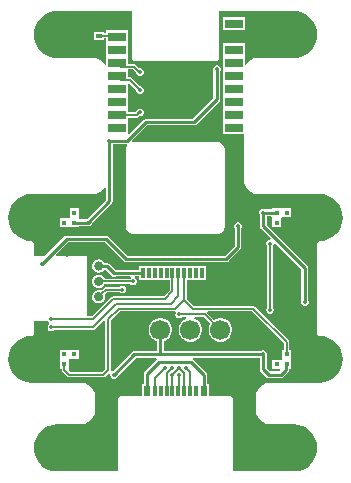
<source format=gbr>
G04*
G04 #@! TF.GenerationSoftware,Altium Limited,Altium Designer,24.1.2 (44)*
G04*
G04 Layer_Physical_Order=2*
G04 Layer_Color=16711680*
%FSLAX25Y25*%
%MOIN*%
G70*
G04*
G04 #@! TF.SameCoordinates,EC497B79-CED4-4E58-A43C-F9202C23BEB1*
G04*
G04*
G04 #@! TF.FilePolarity,Positive*
G04*
G01*
G75*
%ADD17R,0.01181X0.03543*%
%ADD23R,0.02362X0.04724*%
%ADD24R,0.01772X0.01772*%
%ADD42C,0.00591*%
%ADD43C,0.00984*%
%ADD44O,0.04724X0.09449*%
%ADD45O,0.04724X0.07874*%
%ADD46C,0.06693*%
%ADD47R,0.06693X0.06693*%
%ADD48C,0.11811*%
%ADD49C,0.01378*%
%ADD50R,0.02126X0.01575*%
%ADD51R,0.02362X0.03543*%
%ADD52R,0.01181X0.03543*%
%ADD53R,0.05906X0.03150*%
%ADD54R,0.15748X0.15748*%
G36*
X11811Y157465D02*
X36599D01*
Y141732D01*
X36660Y141425D01*
X36834Y141165D01*
X37094Y140991D01*
X37402Y140929D01*
X64961D01*
X65268Y140991D01*
X65528Y141165D01*
X65702Y141425D01*
X65763Y141732D01*
Y157465D01*
X90551D01*
X90562Y157467D01*
X92085Y157317D01*
X93560Y156870D01*
X94919Y156143D01*
X96110Y155166D01*
X97088Y153974D01*
X97815Y152615D01*
X98262Y151140D01*
X98413Y149606D01*
X98262Y148073D01*
X97815Y146598D01*
X97088Y145238D01*
X96110Y144047D01*
X94919Y143069D01*
X93560Y142343D01*
X92085Y141895D01*
X90562Y141745D01*
X90551Y141748D01*
X78740D01*
Y141773D01*
X77507Y141611D01*
X76358Y141135D01*
X75371Y140377D01*
X74712Y139520D01*
X74212Y139679D01*
X74212Y142323D01*
X74212Y142823D01*
Y146654D01*
X67126D01*
Y142823D01*
X67126Y142323D01*
X67126Y141823D01*
Y137992D01*
X67126D01*
Y137992D01*
X67126D01*
X67126Y137492D01*
Y133661D01*
Y129831D01*
X67126Y129331D01*
X67126D01*
Y129331D01*
X67126D01*
Y125500D01*
X67126Y125000D01*
X67126D01*
Y125000D01*
X67126D01*
Y120669D01*
Y116339D01*
X74000D01*
Y101177D01*
X73975D01*
X74137Y99943D01*
X74613Y98794D01*
X75371Y97807D01*
X76358Y97050D01*
X77507Y96574D01*
X78740Y96412D01*
Y96437D01*
X99182D01*
X99194Y96425D01*
Y96425D01*
X99194Y96425D01*
X100549Y96291D01*
X102024Y95844D01*
X103384Y95117D01*
X104575Y94140D01*
X105553Y92948D01*
X106279Y91589D01*
X106727Y90114D01*
X106878Y88580D01*
X106727Y87047D01*
X106279Y85572D01*
X105553Y84213D01*
X104575Y83021D01*
X103384Y82043D01*
X102024Y81317D01*
X100549Y80870D01*
X99194Y80736D01*
X99194Y80721D01*
X98905Y80663D01*
X98645Y80489D01*
X98471Y80229D01*
X98410Y79921D01*
Y50000D01*
X98410Y49999D01*
X98410Y49998D01*
X98471Y49690D01*
X98645Y49430D01*
X98905Y49256D01*
X99194Y49199D01*
X99194Y49183D01*
X100549Y49049D01*
X102024Y48602D01*
X103384Y47875D01*
X104575Y46898D01*
X105553Y45706D01*
X106279Y44347D01*
X106727Y42872D01*
X106878Y41339D01*
X106727Y39805D01*
X106279Y38330D01*
X105553Y36971D01*
X104575Y35779D01*
X103384Y34802D01*
X102024Y34075D01*
X100549Y33628D01*
X99194Y33494D01*
X99194Y33494D01*
Y33494D01*
X99182Y33482D01*
X82677D01*
Y33508D01*
X81444Y33345D01*
X80295Y32869D01*
X79308Y32112D01*
X78550Y31125D01*
X78074Y29976D01*
X77912Y28742D01*
X77937D01*
Y24409D01*
X77912D01*
X78074Y23176D01*
X78550Y22027D01*
X79308Y21040D01*
X80295Y20283D01*
X81444Y19807D01*
X82677Y19644D01*
Y19670D01*
X90551D01*
X90562Y19672D01*
X92085Y19522D01*
X93560Y19074D01*
X94919Y18348D01*
X96110Y17370D01*
X97088Y16179D01*
X97815Y14820D01*
X98262Y13345D01*
X98413Y11811D01*
X98262Y10277D01*
X97815Y8802D01*
X97088Y7443D01*
X96110Y6252D01*
X94919Y5274D01*
X93560Y4548D01*
X92085Y4100D01*
X90562Y3950D01*
X90551Y3952D01*
X70320D01*
Y28366D01*
X70133Y28818D01*
X69681Y29005D01*
X62441D01*
Y33268D01*
X61774D01*
Y36181D01*
X61689Y36603D01*
X61450Y36961D01*
X57080Y41332D01*
X56966Y41408D01*
X57118Y41908D01*
X79385D01*
Y38015D01*
X79469Y37593D01*
X79708Y37235D01*
X81503Y35440D01*
X81861Y35201D01*
X82284Y35117D01*
X86221D01*
X86643Y35201D01*
X87001Y35440D01*
X88674Y37113D01*
X88913Y37471D01*
X88997Y37894D01*
Y38189D01*
X89764D01*
Y41035D01*
X89764Y41142D01*
Y41535D01*
X89764Y41642D01*
Y44488D01*
X89190D01*
Y47146D01*
X89122Y47491D01*
X88926Y47785D01*
X77804Y58906D01*
X77511Y59102D01*
X77165Y59171D01*
X57461D01*
X55037Y61594D01*
Y67716D01*
X61220D01*
Y72441D01*
X39173D01*
Y71183D01*
X31387D01*
X30963Y71358D01*
X30884D01*
X29021Y73221D01*
X28662Y73461D01*
X28240Y73545D01*
X27516D01*
X27345Y73800D01*
X27291Y73836D01*
X27266Y73897D01*
X27046Y74116D01*
X26986Y74141D01*
X26950Y74196D01*
X26692Y74368D01*
X26627Y74381D01*
X26581Y74427D01*
X26294Y74546D01*
X26229D01*
X26175Y74582D01*
X25870Y74643D01*
X25806Y74630D01*
X25746Y74655D01*
X25436D01*
X25375Y74630D01*
X25311Y74643D01*
X25006Y74582D01*
X24952Y74546D01*
X24887D01*
X24600Y74427D01*
X24554Y74381D01*
X24489Y74368D01*
X24232Y74196D01*
X24195Y74141D01*
X24135Y74116D01*
X23915Y73897D01*
X23890Y73836D01*
X23836Y73800D01*
X23663Y73542D01*
X23651Y73478D01*
X23604Y73431D01*
X23486Y73145D01*
Y73079D01*
X23449Y73025D01*
X23389Y72721D01*
X23402Y72657D01*
X23377Y72596D01*
Y72286D01*
X23402Y72225D01*
X23389Y72161D01*
X23449Y71857D01*
X23486Y71802D01*
Y71737D01*
X23604Y71450D01*
X23651Y71404D01*
X23663Y71340D01*
X23836Y71082D01*
X23890Y71046D01*
X23915Y70985D01*
X24135Y70766D01*
X24195Y70741D01*
X24232Y70686D01*
X24489Y70514D01*
X24554Y70501D01*
X24600Y70455D01*
X24887Y70336D01*
X24952D01*
X25006Y70300D01*
X25311Y70239D01*
X25375Y70252D01*
X25436Y70227D01*
X25746D01*
X25806Y70252D01*
X25870Y70239D01*
X26175Y70300D01*
X26229Y70336D01*
X26294D01*
X26581Y70455D01*
X26627Y70501D01*
X26692Y70514D01*
X26950Y70686D01*
X26986Y70741D01*
X27046Y70766D01*
X27266Y70985D01*
X27291Y71046D01*
X27345Y71082D01*
X27372Y71122D01*
X27953Y71167D01*
X29524Y69596D01*
X29624Y69354D01*
X29984Y68994D01*
X30454Y68799D01*
X30963D01*
X31387Y68975D01*
X36136D01*
X36304Y68475D01*
X36056Y68226D01*
X27613D01*
X27577Y68313D01*
X27530Y68360D01*
X27518Y68424D01*
X27345Y68682D01*
X27291Y68718D01*
X27266Y68779D01*
X27046Y68998D01*
X26986Y69023D01*
X26950Y69077D01*
X26692Y69250D01*
X26627Y69263D01*
X26581Y69309D01*
X26294Y69428D01*
X26229D01*
X26175Y69464D01*
X25870Y69525D01*
X25806Y69512D01*
X25746Y69537D01*
X25436D01*
X25375Y69512D01*
X25311Y69525D01*
X25006Y69464D01*
X24952Y69428D01*
X24887D01*
X24600Y69309D01*
X24554Y69263D01*
X24489Y69250D01*
X24232Y69077D01*
X24195Y69023D01*
X24135Y68998D01*
X23915Y68779D01*
X23890Y68718D01*
X23836Y68682D01*
X23663Y68424D01*
X23651Y68360D01*
X23604Y68313D01*
X23486Y68027D01*
Y67961D01*
X23449Y67907D01*
X23389Y67603D01*
X23402Y67538D01*
X23377Y67478D01*
Y67168D01*
X23402Y67107D01*
X23389Y67043D01*
X23449Y66739D01*
X23486Y66684D01*
Y66619D01*
X23604Y66332D01*
X23651Y66286D01*
X23663Y66222D01*
X23836Y65964D01*
X23890Y65927D01*
X23915Y65867D01*
X24135Y65648D01*
X24195Y65623D01*
X24232Y65568D01*
X24489Y65396D01*
X24554Y65383D01*
X24600Y65337D01*
X24887Y65218D01*
X24952D01*
X25006Y65182D01*
X25311Y65121D01*
X25375Y65134D01*
X25436Y65109D01*
X25746D01*
X25806Y65134D01*
X25870Y65121D01*
X26175Y65182D01*
X26229Y65218D01*
X26294D01*
X26581Y65337D01*
X26627Y65383D01*
X26692Y65396D01*
X26950Y65568D01*
X26986Y65623D01*
X27046Y65648D01*
X27266Y65867D01*
X27291Y65927D01*
X27345Y65964D01*
X27518Y66222D01*
X27530Y66286D01*
X27577Y66332D01*
X27613Y66420D01*
X36101D01*
X36283Y66238D01*
X36753Y66043D01*
X37262D01*
X37733Y66238D01*
X38093Y66598D01*
X38287Y67068D01*
Y67577D01*
X38093Y68048D01*
X37733Y68408D01*
X37570Y68475D01*
X37670Y68975D01*
X39173D01*
Y67716D01*
X49294D01*
Y64351D01*
X47264Y62321D01*
X30315D01*
X29969Y62252D01*
X29676Y62056D01*
X29676Y62056D01*
X23248Y55628D01*
X21654D01*
Y75787D01*
X11466D01*
X11275Y76249D01*
X15418Y80392D01*
X27496D01*
X33865Y74023D01*
X34223Y73783D01*
X34646Y73699D01*
X68110D01*
X68533Y73783D01*
X68891Y74023D01*
X72828Y77960D01*
X73067Y78318D01*
X73151Y78740D01*
Y85148D01*
X73327Y85572D01*
Y86081D01*
X73132Y86552D01*
X72772Y86911D01*
X72302Y87106D01*
X71793D01*
X71323Y86911D01*
X70963Y86552D01*
X70768Y86081D01*
Y85572D01*
X70943Y85148D01*
Y79197D01*
X67653Y75907D01*
X35103D01*
X28733Y82277D01*
X28375Y82516D01*
X27953Y82600D01*
X14961D01*
X14538Y82516D01*
X14180Y82277D01*
X7691Y75787D01*
X3952D01*
Y79921D01*
X3952Y79923D01*
X3952Y79926D01*
X3891Y80233D01*
X3717Y80493D01*
X3457Y80667D01*
X3168Y80725D01*
X3168Y80741D01*
X1813Y80874D01*
X338Y81322D01*
X-1021Y82048D01*
X-2213Y83026D01*
X-3190Y84217D01*
X-3917Y85576D01*
X-4364Y87051D01*
X-4515Y88585D01*
X-4364Y90119D01*
X-3917Y91593D01*
X-3190Y92953D01*
X-2213Y94144D01*
X-1021Y95122D01*
X338Y95848D01*
X1813Y96296D01*
X3168Y96429D01*
X3168Y96429D01*
Y96429D01*
X3176Y96437D01*
X23622D01*
Y96412D01*
X24855Y96574D01*
X26005Y97050D01*
X26992Y97807D01*
X27530Y98509D01*
X28030Y98339D01*
Y94552D01*
X21648Y88170D01*
X21271Y88014D01*
X19251D01*
X18897Y88367D01*
Y88779D01*
X18897Y88886D01*
Y91732D01*
X15945D01*
Y88886D01*
X15787Y88583D01*
X15591Y88387D01*
X15445Y88387D01*
X12599D01*
Y85434D01*
X15445D01*
X15945Y85433D01*
X16051Y85433D01*
X18897D01*
Y85806D01*
X21271D01*
X21695Y85630D01*
X22204D01*
X22674Y85825D01*
X23034Y86185D01*
X23209Y86609D01*
X29914Y93314D01*
X30154Y93672D01*
X30238Y94095D01*
Y113069D01*
X34898D01*
X34927Y113048D01*
X35085Y112852D01*
X35142Y112580D01*
X34843Y111857D01*
Y111730D01*
X34794Y111612D01*
Y111221D01*
Y85630D01*
Y85238D01*
X34843Y85121D01*
Y84994D01*
X35142Y84270D01*
X35232Y84180D01*
X35281Y84063D01*
X35835Y83509D01*
X35952Y83460D01*
X36042Y83371D01*
X36765Y83071D01*
X36893D01*
X37010Y83022D01*
X65352D01*
X65470Y83071D01*
X65597D01*
X66320Y83371D01*
X66410Y83460D01*
X66528Y83509D01*
X67081Y84063D01*
X67130Y84180D01*
X67220Y84270D01*
X67520Y84994D01*
Y85121D01*
X67568Y85238D01*
Y85630D01*
Y111221D01*
Y111612D01*
X67520Y111730D01*
Y111857D01*
X67220Y112580D01*
X67130Y112670D01*
X67081Y112787D01*
X66528Y113341D01*
X66410Y113390D01*
X66320Y113480D01*
X65597Y113779D01*
X65470D01*
X65352Y113828D01*
X37010D01*
X36893Y113779D01*
X36672Y114224D01*
X36669Y114242D01*
X41796Y119369D01*
X57480D01*
X57903Y119453D01*
X58261Y119692D01*
X65741Y127172D01*
X65980Y127530D01*
X66065Y127953D01*
Y137510D01*
X66240Y137935D01*
Y138444D01*
X66045Y138914D01*
X65685Y139274D01*
X65215Y139469D01*
X64706D01*
X64236Y139274D01*
X63876Y138914D01*
X63681Y138444D01*
Y137935D01*
X63857Y137510D01*
Y128410D01*
X57023Y121576D01*
X41339D01*
X40916Y121492D01*
X40558Y121253D01*
X35736Y116431D01*
X35236Y116639D01*
Y121931D01*
X38369D01*
X38715Y122000D01*
X39008Y122196D01*
X39155Y122343D01*
X39625D01*
X40095Y122537D01*
X40455Y122897D01*
X40650Y123368D01*
Y123877D01*
X40455Y124347D01*
X40095Y124707D01*
X39625Y124902D01*
X39116D01*
X38645Y124707D01*
X38285Y124347D01*
X38091Y123877D01*
Y123833D01*
X37995Y123738D01*
X35236D01*
Y124500D01*
X35236Y125000D01*
X35236D01*
Y125000D01*
X35236D01*
Y129330D01*
Y133252D01*
X35736Y133459D01*
X38091Y131105D01*
Y130848D01*
X38285Y130378D01*
X38645Y130018D01*
X39116Y129823D01*
X39625D01*
X40095Y130018D01*
X40455Y130378D01*
X40650Y130848D01*
Y131357D01*
X40455Y131827D01*
X40095Y132187D01*
X39625Y132382D01*
X39368D01*
X36563Y135187D01*
X36270Y135382D01*
X35925Y135451D01*
X35236D01*
Y137975D01*
X36913D01*
X38091Y136797D01*
Y136753D01*
X38285Y136283D01*
X38645Y135923D01*
X39116Y135728D01*
X39625D01*
X40095Y135923D01*
X40455Y136283D01*
X40650Y136753D01*
Y137262D01*
X40455Y137733D01*
X40095Y138093D01*
X39625Y138287D01*
X39155D01*
X37926Y139516D01*
X37633Y139712D01*
X37287Y139781D01*
X35236D01*
X35236Y142323D01*
X35236Y142823D01*
Y146653D01*
Y150984D01*
X28150D01*
Y150116D01*
X27244D01*
Y150591D01*
X23937D01*
Y147835D01*
X27244D01*
Y148309D01*
X28150D01*
Y146653D01*
Y142823D01*
X28150Y142323D01*
X28150Y141823D01*
Y139679D01*
X27650Y139520D01*
X26992Y140377D01*
X26005Y141135D01*
X24855Y141611D01*
X23622Y141773D01*
Y141748D01*
X11811D01*
X11800Y141745D01*
X10277Y141895D01*
X8802Y142343D01*
X7443Y143069D01*
X6252Y144047D01*
X5274Y145238D01*
X4548Y146598D01*
X4100Y148073D01*
X3949Y149606D01*
X4100Y151140D01*
X4548Y152615D01*
X5274Y153974D01*
X6252Y155166D01*
X7443Y156143D01*
X8802Y156870D01*
X10277Y157317D01*
X11800Y157467D01*
X11811Y157465D01*
D02*
G37*
G36*
X27837Y54199D02*
Y38169D01*
X26791Y37124D01*
X16122D01*
X15555Y37691D01*
X15551Y38189D01*
X15551D01*
Y41035D01*
X15709Y41338D01*
X15905Y41534D01*
X16051Y41534D01*
X18897D01*
Y44487D01*
X16051D01*
X15551Y44488D01*
X15445Y44488D01*
X12599D01*
Y41642D01*
X12599Y41535D01*
Y41142D01*
X12599Y41035D01*
Y38189D01*
X13270D01*
Y37795D01*
X13339Y37450D01*
X13535Y37157D01*
X15109Y35582D01*
X15402Y35386D01*
X15748Y35317D01*
X15748Y35317D01*
X27165D01*
X27511Y35386D01*
X27804Y35582D01*
X29023Y36801D01*
X29447Y36518D01*
X29429Y36475D01*
Y35966D01*
X29624Y35496D01*
X29984Y35136D01*
X30454Y34941D01*
X30963D01*
X31433Y35136D01*
X31793Y35496D01*
X31969Y35920D01*
X37957Y41908D01*
X44851D01*
X45002Y41408D01*
X44889Y41332D01*
X40912Y37355D01*
X40673Y36997D01*
X40589Y36575D01*
Y33268D01*
X39921D01*
Y29005D01*
X32681D01*
X32229Y28818D01*
X32042Y28366D01*
Y3952D01*
X11811D01*
X11800Y3950D01*
X10277Y4100D01*
X8802Y4548D01*
X7443Y5274D01*
X6252Y6252D01*
X5274Y7443D01*
X4548Y8802D01*
X4100Y10277D01*
X3949Y11811D01*
X4100Y13345D01*
X4548Y14820D01*
X5274Y16179D01*
X6252Y17370D01*
X7443Y18348D01*
X8802Y19074D01*
X10277Y19522D01*
X11793Y19671D01*
X11811Y19667D01*
X19685D01*
Y19642D01*
X20918Y19804D01*
X22068Y20280D01*
X23054Y21038D01*
X23812Y22025D01*
X24288Y23174D01*
X24450Y24407D01*
X24425D01*
Y28740D01*
X24450D01*
X24288Y29974D01*
X23812Y31123D01*
X23054Y32110D01*
X22068Y32867D01*
X20918Y33343D01*
X19685Y33505D01*
Y33480D01*
X3668D01*
X3168Y33499D01*
Y33499D01*
X3168Y33499D01*
X1813Y33632D01*
X338Y34080D01*
X-1021Y34806D01*
X-2213Y35784D01*
X-3190Y36975D01*
X-3917Y38334D01*
X-4364Y39809D01*
X-4515Y41343D01*
X-4364Y42877D01*
X-3917Y44352D01*
X-3190Y45711D01*
X-2213Y46902D01*
X-1021Y47880D01*
X338Y48607D01*
X1813Y49054D01*
X3168Y49187D01*
X3168Y49201D01*
X3457Y49258D01*
X3717Y49432D01*
X3891Y49693D01*
X3952Y50000D01*
Y54134D01*
X8702D01*
X8758Y54000D01*
X9118Y53640D01*
X9172Y53617D01*
Y53076D01*
X9118Y53053D01*
X8758Y52693D01*
X8563Y52223D01*
Y51714D01*
X8758Y51244D01*
X9118Y50884D01*
X9588Y50689D01*
X10097D01*
X10567Y50884D01*
X10749Y51065D01*
X23622D01*
X23968Y51134D01*
X24261Y51330D01*
X27337Y54406D01*
X27837Y54199D01*
D02*
G37*
G36*
X87384Y46772D02*
Y44488D01*
X86811D01*
Y41642D01*
X86653Y41339D01*
X86457Y41143D01*
X86311Y41143D01*
X83465D01*
Y38190D01*
X85922D01*
X86129Y37690D01*
X85763Y37324D01*
X82741D01*
X81592Y38473D01*
Y42515D01*
X81693Y42757D01*
Y43266D01*
X81498Y43736D01*
X81138Y44096D01*
X80668Y44291D01*
X80159D01*
X79735Y44115D01*
X47285D01*
Y47401D01*
X47701Y47512D01*
X48599Y48031D01*
X49332Y48764D01*
X49850Y49661D01*
X50118Y50663D01*
Y51699D01*
X49850Y52701D01*
X49332Y53598D01*
X48599Y54331D01*
X47701Y54850D01*
X46699Y55118D01*
X45663D01*
X44662Y54850D01*
X43764Y54331D01*
X43031Y53598D01*
X42512Y52701D01*
X42244Y51699D01*
Y50663D01*
X42512Y49661D01*
X43031Y48764D01*
X43764Y48031D01*
X44662Y47512D01*
X45077Y47401D01*
Y44115D01*
X37500D01*
X37077Y44031D01*
X36719Y43792D01*
X30408Y37481D01*
X30053Y37334D01*
X29811Y37462D01*
X29613Y37641D01*
X29643Y37795D01*
X29643Y37795D01*
Y54350D01*
X32658Y57364D01*
X50919D01*
X51010Y57278D01*
X51218Y56880D01*
X51083Y56554D01*
Y56045D01*
X51278Y55574D01*
X51637Y55215D01*
X52108Y55020D01*
X52617D01*
X53087Y55215D01*
X53269Y55396D01*
X54768D01*
X54834Y54896D01*
X54662Y54850D01*
X53764Y54331D01*
X53031Y53598D01*
X52512Y52701D01*
X52244Y51699D01*
Y50663D01*
X52512Y49661D01*
X53031Y48764D01*
X53764Y48031D01*
X54662Y47512D01*
X55663Y47244D01*
X56699D01*
X57701Y47512D01*
X58599Y48031D01*
X59332Y48764D01*
X59850Y49661D01*
X60118Y50663D01*
Y51699D01*
X59850Y52701D01*
X59332Y53598D01*
X58599Y54331D01*
X57701Y54850D01*
X57528Y54896D01*
X57594Y55396D01*
X60689D01*
X62831Y53253D01*
X62512Y52701D01*
X62244Y51699D01*
Y50663D01*
X62512Y49661D01*
X63031Y48764D01*
X63764Y48031D01*
X64662Y47512D01*
X65663Y47244D01*
X66699D01*
X67701Y47512D01*
X68599Y48031D01*
X69332Y48764D01*
X69850Y49661D01*
X70118Y50663D01*
Y51699D01*
X69850Y52701D01*
X69332Y53598D01*
X68599Y54331D01*
X67701Y54850D01*
X66699Y55118D01*
X65663D01*
X64662Y54850D01*
X64109Y54531D01*
X61775Y56865D01*
X61835Y57156D01*
X61963Y57364D01*
X76791D01*
X87384Y46772D01*
D02*
G37*
%LPC*%
G36*
X74212Y155315D02*
X67126D01*
Y150984D01*
X74212D01*
Y155315D01*
D02*
G37*
G36*
X86418Y91732D02*
X86311Y91732D01*
X83465D01*
Y91360D01*
X81092D01*
X80668Y91535D01*
X80159D01*
X79688Y91340D01*
X79328Y90980D01*
X79134Y90510D01*
Y90001D01*
X79328Y89531D01*
X79385Y89475D01*
Y85653D01*
X79469Y85231D01*
X79708Y84873D01*
X82880Y81701D01*
X82673Y81201D01*
X82423D01*
X81952Y81006D01*
X81592Y80646D01*
X81398Y80176D01*
Y79667D01*
X81592Y79197D01*
X81774Y79015D01*
Y58780D01*
X81592Y58599D01*
X81398Y58128D01*
Y57620D01*
X81592Y57149D01*
X81952Y56789D01*
X82423Y56595D01*
X82932D01*
X83402Y56789D01*
X83762Y57149D01*
X83957Y57620D01*
Y58128D01*
X83762Y58599D01*
X83580Y58780D01*
Y79015D01*
X83762Y79197D01*
X83957Y79667D01*
Y79917D01*
X84457Y80124D01*
X93187Y71393D01*
Y61097D01*
X93012Y60673D01*
Y60164D01*
X93206Y59694D01*
X93566Y59334D01*
X94037Y59139D01*
X94546D01*
X95016Y59334D01*
X95376Y59694D01*
X95571Y60164D01*
Y60673D01*
X95395Y61097D01*
Y71851D01*
X95311Y72273D01*
X95072Y72631D01*
X81592Y86111D01*
Y89152D01*
X83111D01*
X83465Y88798D01*
Y88386D01*
X83465Y88279D01*
Y85433D01*
X86418D01*
Y88279D01*
X86575Y88582D01*
X86771Y88778D01*
X86918Y88778D01*
X89764D01*
Y91731D01*
X86916D01*
X86418Y91732D01*
D02*
G37*
G36*
X33719Y65847D02*
X33210D01*
X32740Y65652D01*
X32558Y65470D01*
X27953D01*
X27607Y65401D01*
X27314Y65206D01*
X26382Y64273D01*
X26294Y64310D01*
X26229D01*
X26175Y64346D01*
X25870Y64406D01*
X25806Y64394D01*
X25746Y64419D01*
X25436D01*
X25375Y64394D01*
X25311Y64406D01*
X25006Y64346D01*
X24952Y64310D01*
X24887D01*
X24600Y64191D01*
X24554Y64144D01*
X24489Y64132D01*
X24232Y63959D01*
X24195Y63905D01*
X24135Y63880D01*
X23915Y63661D01*
X23890Y63600D01*
X23836Y63564D01*
X23663Y63306D01*
X23651Y63242D01*
X23604Y63195D01*
X23486Y62909D01*
Y62843D01*
X23449Y62789D01*
X23389Y62485D01*
X23402Y62420D01*
X23377Y62360D01*
Y62050D01*
X23402Y61989D01*
X23389Y61925D01*
X23449Y61621D01*
X23486Y61566D01*
Y61501D01*
X23604Y61214D01*
X23651Y61168D01*
X23663Y61104D01*
X23836Y60846D01*
X23890Y60809D01*
X23915Y60749D01*
X24135Y60530D01*
X24195Y60504D01*
X24232Y60450D01*
X24489Y60278D01*
X24554Y60265D01*
X24600Y60219D01*
X24887Y60100D01*
X24952D01*
X25006Y60063D01*
X25311Y60003D01*
X25375Y60016D01*
X25436Y59991D01*
X25746D01*
X25806Y60016D01*
X25870Y60003D01*
X26175Y60063D01*
X26229Y60100D01*
X26294D01*
X26581Y60219D01*
X26627Y60265D01*
X26692Y60278D01*
X26950Y60450D01*
X26986Y60504D01*
X27046Y60530D01*
X27266Y60749D01*
X27291Y60809D01*
X27345Y60846D01*
X27518Y61104D01*
X27530Y61168D01*
X27577Y61214D01*
X27695Y61501D01*
Y61566D01*
X27732Y61621D01*
X27792Y61925D01*
X27779Y61989D01*
X27805Y62050D01*
Y62360D01*
X27779Y62420D01*
X27792Y62485D01*
X27732Y62789D01*
X27695Y62843D01*
Y62909D01*
X27659Y62996D01*
X28327Y63664D01*
X32558D01*
X32740Y63482D01*
X33210Y63287D01*
X33719D01*
X34189Y63482D01*
X34549Y63842D01*
X34744Y64312D01*
Y64821D01*
X34549Y65292D01*
X34189Y65652D01*
X33719Y65847D01*
D02*
G37*
%LPD*%
G36*
G01X27165Y67323D02*
G03X25591Y68898I-1575J0D01*
G03X24016Y67323I0J-1575D01*
G03X25591Y65748I1575J0D01*
G03X27165Y67323I0J1575D01*
D02*
G37*
G36*
G01Y77559D02*
G03X25591Y79134I-1575J0D01*
G03X24016Y77559I0J-1575D01*
G03X25591Y75984I1575J0D01*
G03X27165Y77559I0J1575D01*
D02*
G37*
G36*
G01Y72441D02*
G03X25591Y74016I-1575J0D01*
G03X24016Y72441I0J-1575D01*
G03X25591Y70866I1575J0D01*
G03X27165Y72441I0J1575D01*
D02*
G37*
G36*
G01Y62205D02*
G03X25591Y63779I-1575J0D01*
G03X24016Y62205I0J-1575D01*
G03X25591Y60630I1575J0D01*
G03X27165Y62205I0J1575D01*
D02*
G37*
D17*
X60039Y70079D02*
D03*
X58071D02*
D03*
X56102D02*
D03*
X42323D02*
D03*
X46260D02*
D03*
X44291D02*
D03*
X48228D02*
D03*
X50197D02*
D03*
X52165D02*
D03*
X54134D02*
D03*
X40354D02*
D03*
X62008D02*
D03*
D23*
X65945Y79528D02*
D03*
X36417Y79527D02*
D03*
D24*
X17421Y86910D02*
D03*
X14075Y86911D02*
D03*
X17421Y90256D02*
D03*
X14075D02*
D03*
X88287Y86910D02*
D03*
X84941D02*
D03*
X88287Y90255D02*
D03*
X84941Y90256D02*
D03*
Y43012D02*
D03*
X88287D02*
D03*
X84941Y39667D02*
D03*
X88287Y39666D02*
D03*
X17421D02*
D03*
X14075D02*
D03*
X17421Y43011D02*
D03*
X14075Y43012D02*
D03*
D42*
X52362Y56299D02*
X61063D01*
X27165Y67323D02*
X37008D01*
X25591D02*
X27165D01*
X26704Y63318D02*
X27953Y64567D01*
X25591Y62205D02*
X26704Y63318D01*
X27953Y64567D02*
X33465D01*
X28740Y54724D02*
X32283Y58268D01*
X28740Y37795D02*
Y54724D01*
X27165Y36220D02*
X28740Y37795D01*
X25591Y149213D02*
X31299D01*
X31693Y148818D01*
X39157Y123622D02*
X39370D01*
X31693Y122834D02*
X38369D01*
X39157Y123622D01*
X30315Y61417D02*
X47638D01*
X23622Y54724D02*
X30315Y61417D01*
X9843Y54724D02*
X23622D01*
Y51968D02*
X31496Y59842D01*
X9843Y51968D02*
X23622D01*
X31496Y59842D02*
X49606D01*
X52165Y62401D02*
Y70079D01*
X49606Y59842D02*
X52165Y62401D01*
X47638Y61417D02*
X50197Y63977D01*
Y70079D01*
X54134Y61220D02*
Y70079D01*
X51182Y58268D02*
X54134Y61220D01*
X32283Y58268D02*
X51182D01*
X54134Y61220D02*
X57087Y58268D01*
X82677Y57874D02*
Y79921D01*
X15748Y36220D02*
X27165D01*
X61063Y56299D02*
X66181Y51181D01*
X57087Y58268D02*
X77165D01*
X31693Y135827D02*
X32973Y134548D01*
X35925D01*
X39370Y131102D01*
X37287Y138878D02*
X39157Y137008D01*
X31693Y140157D02*
X32973Y138878D01*
X37287D01*
X39157Y137008D02*
X39370D01*
X77165Y58268D02*
X88287Y47146D01*
Y43012D02*
Y47146D01*
X14173Y37795D02*
Y39567D01*
Y37795D02*
X15748Y36220D01*
X14075Y39666D02*
X14173Y39567D01*
X54724Y38583D02*
X56103Y37205D01*
X54724Y38583D02*
X54724D01*
X52264Y30393D02*
Y36122D01*
X52166Y30295D02*
X52264Y30393D01*
Y36122D02*
X52362Y36220D01*
X50098Y30387D02*
X50197Y30289D01*
X56103Y30906D02*
Y37205D01*
X44292Y35236D02*
X47638Y38583D01*
X44292Y30906D02*
Y35236D01*
X50000Y36220D02*
X52362Y38583D01*
Y38448D02*
Y38583D01*
X54134Y30289D02*
Y36676D01*
X52362Y38448D02*
X54134Y36676D01*
X48229D02*
X50000Y38448D01*
Y38583D01*
X48229Y30295D02*
Y36676D01*
X50098Y30387D02*
Y36122D01*
X50000Y36220D02*
X50098Y36122D01*
D43*
X27165Y72441D02*
X28240D01*
X25591D02*
X27165D01*
X28240D02*
X30602Y70079D01*
X30709D01*
X34646Y74803D02*
X68110D01*
X14961Y81496D02*
X27953D01*
X34646Y74803D01*
X6693Y73228D02*
X14961Y81496D01*
X72047Y78740D02*
Y85827D01*
X68110Y74803D02*
X72047Y78740D01*
X57480Y120472D02*
X64961Y127953D01*
Y138189D01*
X41339Y120472D02*
X57480D01*
X35039Y114173D02*
X41339Y120472D01*
X29134Y114173D02*
X35039D01*
X29134Y94095D02*
Y114173D01*
X21949Y86910D02*
X29134Y94095D01*
X17421Y86910D02*
X21949D01*
X80489Y85653D02*
X94291Y71851D01*
Y60419D02*
Y71851D01*
X80489Y85653D02*
Y90180D01*
X80413Y90256D02*
X80489Y90180D01*
X80413Y90256D02*
X84941D01*
X30709Y70079D02*
X40354D01*
X30709Y70079D02*
X30709Y70079D01*
X46063Y43012D02*
X80413D01*
X37500D02*
X46063D01*
X46181Y43130D01*
Y51181D01*
X30709Y36220D02*
X37500Y43012D01*
X80413D02*
X80489Y42936D01*
Y38015D02*
Y42936D01*
Y38015D02*
X82284Y36220D01*
X86221D01*
X87893Y37894D02*
Y39272D01*
X86221Y36220D02*
X87893Y37894D01*
Y39272D02*
X88287Y39666D01*
X60670Y30906D02*
Y36181D01*
Y30295D02*
Y30906D01*
X41693D02*
Y36575D01*
Y30295D02*
Y30906D01*
X56299Y40551D02*
X60670Y36181D01*
X45669Y40551D02*
X56299D01*
X41693Y36575D02*
X45669Y40551D01*
D44*
X73150Y11437D02*
D03*
X29213D02*
D03*
D45*
Y27185D02*
D03*
X73150D02*
D03*
D46*
X66181Y51181D02*
D03*
X56181D02*
D03*
X46181D02*
D03*
D47*
X36181D02*
D03*
D48*
X99016Y41339D02*
D03*
X3347D02*
D03*
X99016Y88583D02*
D03*
X3347D02*
D03*
X11811Y149606D02*
D03*
X90551D02*
D03*
X11811Y11811D02*
D03*
X90551D02*
D03*
D49*
X29232Y151969D02*
D03*
X9449Y78740D02*
D03*
X14961Y75984D02*
D03*
X11417Y50000D02*
D03*
X63779Y119291D02*
D03*
X61417D02*
D03*
X33465Y109449D02*
D03*
Y111811D02*
D03*
X49409Y130905D02*
D03*
X70669Y148819D02*
D03*
X73130Y147933D02*
D03*
X33858Y153150D02*
D03*
X88287Y86910D02*
D03*
X77067D02*
D03*
X65945Y79527D02*
D03*
X36417Y79528D02*
D03*
X17421Y39666D02*
D03*
X14075Y43012D02*
D03*
X25295D02*
D03*
X77067Y39666D02*
D03*
X84941Y43012D02*
D03*
X63819Y30906D02*
D03*
X38544D02*
D03*
X52362Y56299D02*
D03*
X37008Y67323D02*
D03*
X33465Y64567D02*
D03*
X6693Y73228D02*
D03*
X72047Y85827D02*
D03*
X64961Y138189D02*
D03*
X33858Y148819D02*
D03*
X21949Y86910D02*
D03*
X17421Y90256D02*
D03*
X14075Y86911D02*
D03*
X29134Y114173D02*
D03*
X39370Y123622D02*
D03*
X9843Y51968D02*
D03*
Y54724D02*
D03*
X84941Y86910D02*
D03*
X82677Y79921D02*
D03*
Y57874D02*
D03*
X88287Y90255D02*
D03*
X94291Y60419D02*
D03*
X80413Y90256D02*
D03*
X30709Y70079D02*
D03*
Y36220D02*
D03*
X80413Y43012D02*
D03*
X88287Y39666D02*
D03*
X39370Y131102D02*
D03*
Y137008D02*
D03*
X17421Y43011D02*
D03*
X84941Y39667D02*
D03*
X54724Y38583D02*
D03*
X52362D02*
D03*
Y36220D02*
D03*
X47638Y38583D02*
D03*
X60670Y30295D02*
D03*
X41693D02*
D03*
X50000Y38583D02*
D03*
Y36220D02*
D03*
D50*
X25591Y149213D02*
D03*
Y152362D02*
D03*
D51*
X38544Y30906D02*
D03*
X41693D02*
D03*
X60670D02*
D03*
X63819D02*
D03*
D52*
X58071D02*
D03*
X56103D02*
D03*
X54134D02*
D03*
X52166D02*
D03*
X50197D02*
D03*
X48229D02*
D03*
X46260D02*
D03*
X44292D02*
D03*
D53*
X31693Y148818D02*
D03*
Y144488D02*
D03*
Y140157D02*
D03*
Y135827D02*
D03*
Y131495D02*
D03*
Y127165D02*
D03*
Y122834D02*
D03*
Y118504D02*
D03*
Y153149D02*
D03*
X70669Y148819D02*
D03*
Y144488D02*
D03*
Y118504D02*
D03*
Y122834D02*
D03*
Y127165D02*
D03*
Y131496D02*
D03*
Y135826D02*
D03*
Y140157D02*
D03*
Y153149D02*
D03*
D54*
X49409Y130905D02*
D03*
M02*

</source>
